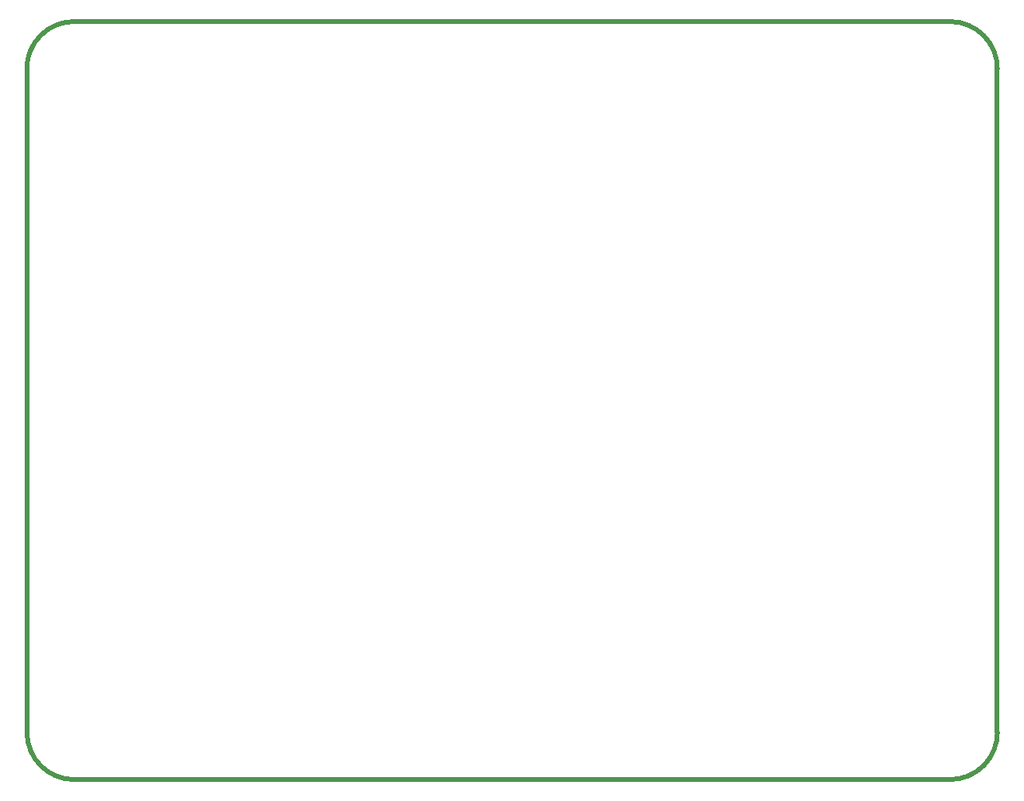
<source format=gko>
G04*
G04 #@! TF.GenerationSoftware,Altium Limited,Altium Designer,20.2.6 (244)*
G04*
G04 Layer_Color=16711935*
%FSLAX25Y25*%
%MOIN*%
G70*
G04*
G04 #@! TF.SameCoordinates,144DF908-3300-4855-B5FD-CD95A974D408*
G04*
G04*
G04 #@! TF.FilePolarity,Positive*
G04*
G01*
G75*
%ADD60C,0.01968*%
D60*
X0Y19488D02*
G03*
X19685Y-197I19685J0D01*
G01*
Y316835D02*
G03*
X-103Y297047I0J-19787D01*
G01*
X385827Y-197D02*
G03*
X405614Y19591I0J19787D01*
G01*
Y297047D02*
G03*
X385827Y316835I-19787J0D01*
G01*
X-51Y19488D02*
Y19539D01*
X0Y19386D02*
Y297303D01*
X19685Y-197D02*
X385929Y-197D01*
X19685Y316903D02*
X385758Y316903D01*
X405512Y19386D02*
Y297150D01*
M02*

</source>
